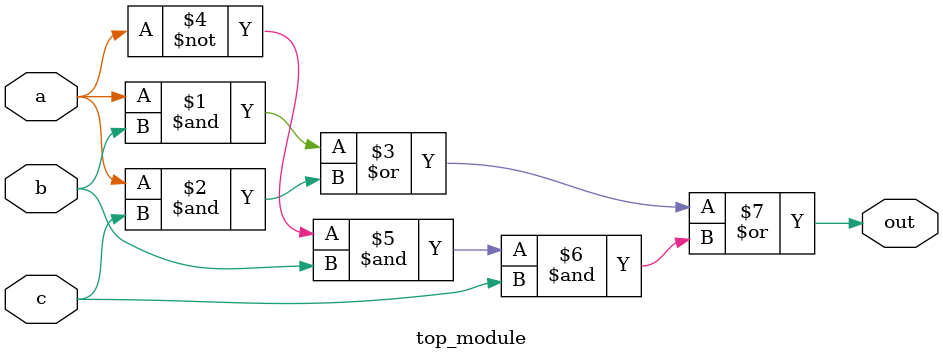
<source format=sv>
module top_module(
    input a,
    input b,
    input c,
    output out
);

    assign out = (a & b) | (a & c) | (~a & b & c);

endmodule

</source>
